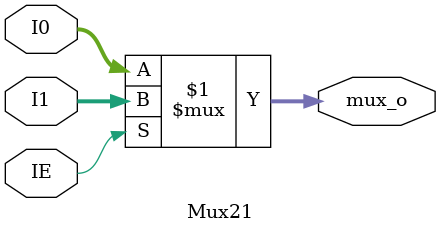
<source format=v>
module Mux21 ( I0, I1, IE, mux_o);
    input [7:0] I0; // Đầu vào 8-bit thứ nhất
    input [7:0] I1; // Đầu vào 8-bit thứ hai
    input IE;        // Đầu vào chọn 1-bit
    output [7:0] mux_o;  // Đầu ra 8-bit
    assign mux_o = (IE) ? I1 : I0;
endmodule


</source>
